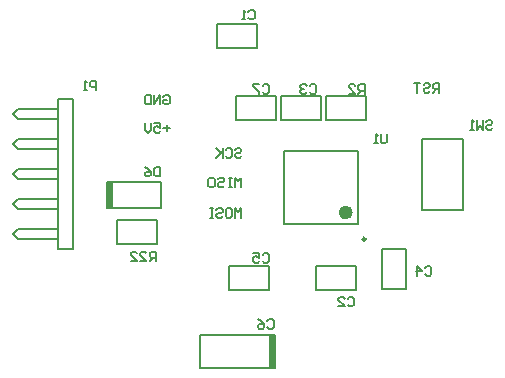
<source format=gbo>
G04*
G04 #@! TF.GenerationSoftware,Altium Limited,Altium Designer,20.0.2 (26)*
G04*
G04 Layer_Color=32896*
%FSLAX44Y44*%
%MOMM*%
G71*
G01*
G75*
%ADD10C,0.2500*%
%ADD11C,0.2000*%
%ADD13C,0.1500*%
%ADD69C,0.6000*%
%ADD70R,0.5000X2.2000*%
%ADD71R,0.5000X3.0000*%
D10*
X110750Y-55000D02*
G03*
X110750Y-55000I-1250J0D01*
G01*
D11*
X-149400Y63500D02*
X-136700D01*
X-149400Y-63500D02*
Y63500D01*
Y-63500D02*
X-136700D01*
X-183267Y-55033D02*
X-149400D01*
X-187500Y-50800D02*
X-183267Y-55033D01*
X-187500Y-50800D02*
X-183267Y-46567D01*
X-149400D01*
X-183267Y-29633D02*
X-149400D01*
X-187500Y-25400D02*
X-183267Y-29633D01*
X-187500Y-25400D02*
X-183267Y-21167D01*
X-149400D01*
X-183267Y-4233D02*
X-149400D01*
X-187500Y0D02*
X-183267Y-4233D01*
X-187500Y0D02*
X-183267Y4233D01*
X-149400D01*
X-183267Y21167D02*
X-149400D01*
X-187500Y25400D02*
X-183267Y21167D01*
X-187500Y25400D02*
X-183267Y29633D01*
X-149400D01*
X-183267Y46567D02*
X-149400D01*
X-187500Y50800D02*
X-183267Y46567D01*
X-187500Y50800D02*
X-183267Y55033D01*
X-149400D01*
X-136700Y-63500D02*
Y63500D01*
X1000Y46000D02*
Y66000D01*
Y46000D02*
X35000D01*
Y66000D01*
X1000D02*
X35000D01*
X-66000Y-59000D02*
Y-39000D01*
X-100000D02*
X-66000D01*
X-100000Y-59000D02*
Y-39000D01*
Y-59000D02*
X-66000D01*
X-62000Y-29000D02*
Y-7000D01*
X-108000D02*
X-62000D01*
X-108000Y-29000D02*
Y-7000D01*
Y-29000D02*
X-62000D01*
X42000Y-42500D02*
X104000D01*
X42000Y19500D02*
X104000D01*
Y-42500D02*
Y19500D01*
X42000Y-42500D02*
Y19500D01*
X159000Y-30000D02*
X193000D01*
Y30000D01*
X159000D02*
X193000D01*
X159000Y-30000D02*
Y30000D01*
X77000Y46000D02*
Y66000D01*
Y46000D02*
X111000D01*
Y66000D01*
X77000D02*
X111000D01*
X-5000Y-98000D02*
Y-78000D01*
Y-98000D02*
X29000D01*
Y-78000D01*
X-5000D02*
X29000D01*
X125000Y-97000D02*
X145000D01*
Y-63000D01*
X125000D02*
X145000D01*
X125000Y-97000D02*
Y-63000D01*
X39000Y46000D02*
Y66000D01*
Y46000D02*
X73000D01*
Y66000D01*
X39000D02*
X73000D01*
X103000Y-98000D02*
Y-78000D01*
X69000D02*
X103000D01*
X69000Y-98000D02*
Y-78000D01*
Y-98000D02*
X103000D01*
X19000Y107000D02*
Y127000D01*
X-15000D02*
X19000D01*
X-15000Y107000D02*
Y127000D01*
Y107000D02*
X19000D01*
X-29000Y-136000D02*
X34000D01*
Y-164000D02*
Y-136000D01*
X-29000Y-164000D02*
X34000D01*
X-29000D02*
Y-136000D01*
D13*
X-55001Y38999D02*
X-60332D01*
X-57666Y41665D02*
Y36333D01*
X-68330Y42997D02*
X-62998D01*
Y38999D01*
X-65664Y40332D01*
X-66997D01*
X-68330Y38999D01*
Y36333D01*
X-66997Y35000D01*
X-64331D01*
X-62998Y36333D01*
X-70995Y42997D02*
Y37666D01*
X-73661Y35000D01*
X-76327Y37666D01*
Y42997D01*
X-60332Y65665D02*
X-58999Y66997D01*
X-56333D01*
X-55001Y65665D01*
Y60333D01*
X-56333Y59000D01*
X-58999D01*
X-60332Y60333D01*
Y62999D01*
X-57666D01*
X-62998Y59000D02*
Y66997D01*
X-68330Y59000D01*
Y66997D01*
X-70995D02*
Y59000D01*
X-74994D01*
X-76327Y60333D01*
Y65665D01*
X-74994Y66997D01*
X-70995D01*
X418Y20665D02*
X1751Y21997D01*
X4417D01*
X5750Y20665D01*
Y19332D01*
X4417Y17999D01*
X1751D01*
X418Y16666D01*
Y15333D01*
X1751Y14000D01*
X4417D01*
X5750Y15333D01*
X-7579Y20665D02*
X-6246Y21997D01*
X-3580D01*
X-2247Y20665D01*
Y15333D01*
X-3580Y14000D01*
X-6246D01*
X-7579Y15333D01*
X-10245Y21997D02*
Y14000D01*
Y16666D01*
X-15576Y21997D01*
X-11578Y17999D01*
X-15576Y14000D01*
X5750Y-11000D02*
Y-3003D01*
X3084Y-5668D01*
X418Y-3003D01*
Y-11000D01*
X-2247Y-3003D02*
X-4913D01*
X-3580D01*
Y-11000D01*
X-2247D01*
X-4913D01*
X-14244Y-4336D02*
X-12911Y-3003D01*
X-10245D01*
X-8912Y-4336D01*
Y-5668D01*
X-10245Y-7001D01*
X-12911D01*
X-14244Y-8334D01*
Y-9667D01*
X-12911Y-11000D01*
X-10245D01*
X-8912Y-9667D01*
X-20908Y-3003D02*
X-18242D01*
X-16909Y-4336D01*
Y-9667D01*
X-18242Y-11000D01*
X-20908D01*
X-22241Y-9667D01*
Y-4336D01*
X-20908Y-3003D01*
X5750Y-37000D02*
Y-29003D01*
X3084Y-31668D01*
X418Y-29003D01*
Y-37000D01*
X-6246Y-29003D02*
X-3580D01*
X-2247Y-30336D01*
Y-35667D01*
X-3580Y-37000D01*
X-6246D01*
X-7579Y-35667D01*
Y-30336D01*
X-6246Y-29003D01*
X-15576Y-30336D02*
X-14244Y-29003D01*
X-11578D01*
X-10245Y-30336D01*
Y-31668D01*
X-11578Y-33001D01*
X-14244D01*
X-15576Y-34334D01*
Y-35667D01*
X-14244Y-37000D01*
X-11578D01*
X-10245Y-35667D01*
X-18242Y-29003D02*
X-20908D01*
X-19575D01*
Y-37000D01*
X-18242D01*
X-20908D01*
X173250Y69000D02*
Y76997D01*
X169251D01*
X167918Y75665D01*
Y72999D01*
X169251Y71666D01*
X173250D01*
X170584D02*
X167918Y69000D01*
X159921Y75665D02*
X161254Y76997D01*
X163920D01*
X165253Y75665D01*
Y74332D01*
X163920Y72999D01*
X161254D01*
X159921Y71666D01*
Y70333D01*
X161254Y69000D01*
X163920D01*
X165253Y70333D01*
X157255Y76997D02*
X151924D01*
X154589D01*
Y69000D01*
X-117080Y71002D02*
Y78999D01*
X-121079D01*
X-122412Y77667D01*
Y75001D01*
X-121079Y73668D01*
X-117080D01*
X-125077Y71002D02*
X-127743D01*
X-126410D01*
Y78999D01*
X-125077Y77667D01*
X23668Y74665D02*
X25001Y75997D01*
X27667D01*
X29000Y74665D01*
Y69333D01*
X27667Y68000D01*
X25001D01*
X23668Y69333D01*
X21003Y75997D02*
X15671D01*
Y74665D01*
X21003Y69333D01*
Y68000D01*
X-66750Y-73750D02*
Y-65753D01*
X-70749D01*
X-72082Y-67085D01*
Y-69751D01*
X-70749Y-71084D01*
X-66750D01*
X-69416D02*
X-72082Y-73750D01*
X-80079D02*
X-74747D01*
X-80079Y-68418D01*
Y-67085D01*
X-78746Y-65753D01*
X-76080D01*
X-74747Y-67085D01*
X-88076Y-73750D02*
X-82745D01*
X-88076Y-68418D01*
Y-67085D01*
X-86744Y-65753D01*
X-84078D01*
X-82745Y-67085D01*
X-63000Y5997D02*
Y-2000D01*
X-66999D01*
X-68332Y-667D01*
Y4665D01*
X-66999Y5997D01*
X-63000D01*
X-76329D02*
X-73663Y4665D01*
X-70997Y1999D01*
Y-667D01*
X-72330Y-2000D01*
X-74996D01*
X-76329Y-667D01*
Y666D01*
X-74996Y1999D01*
X-70997D01*
X129000Y33997D02*
Y27333D01*
X127667Y26000D01*
X125001D01*
X123668Y27333D01*
Y33997D01*
X121003Y26000D02*
X118337D01*
X119670D01*
Y33997D01*
X121003Y32664D01*
X212918Y44415D02*
X214251Y45747D01*
X216917D01*
X218250Y44415D01*
Y43082D01*
X216917Y41749D01*
X214251D01*
X212918Y40416D01*
Y39083D01*
X214251Y37750D01*
X216917D01*
X218250Y39083D01*
X210253Y45747D02*
Y37750D01*
X207587Y40416D01*
X204921Y37750D01*
Y45747D01*
X202255Y37750D02*
X199589D01*
X200922D01*
Y45747D01*
X202255Y44415D01*
X110000Y68000D02*
Y75997D01*
X106001D01*
X104668Y74665D01*
Y71999D01*
X106001Y70666D01*
X110000D01*
X107334D02*
X104668Y68000D01*
X96671D02*
X102003D01*
X96671Y73332D01*
Y74665D01*
X98004Y75997D01*
X100670D01*
X102003Y74665D01*
X23668Y-68335D02*
X25001Y-67003D01*
X27667D01*
X29000Y-68335D01*
Y-73667D01*
X27667Y-75000D01*
X25001D01*
X23668Y-73667D01*
X15671Y-67003D02*
X21003D01*
Y-71001D01*
X18337Y-69668D01*
X17004D01*
X15671Y-71001D01*
Y-73667D01*
X17004Y-75000D01*
X19670D01*
X21003Y-73667D01*
X161168Y-79335D02*
X162501Y-78003D01*
X165167D01*
X166500Y-79335D01*
Y-84667D01*
X165167Y-86000D01*
X162501D01*
X161168Y-84667D01*
X154504Y-86000D02*
Y-78003D01*
X158503Y-82001D01*
X153171D01*
X63668Y74665D02*
X65001Y75997D01*
X67667D01*
X69000Y74665D01*
Y69333D01*
X67667Y68000D01*
X65001D01*
X63668Y69333D01*
X61003Y74665D02*
X59670Y75997D01*
X57004D01*
X55671Y74665D01*
Y73332D01*
X57004Y71999D01*
X58337D01*
X57004D01*
X55671Y70666D01*
Y69333D01*
X57004Y68000D01*
X59670D01*
X61003Y69333D01*
X95668Y-105336D02*
X97001Y-104003D01*
X99667D01*
X101000Y-105336D01*
Y-110667D01*
X99667Y-112000D01*
X97001D01*
X95668Y-110667D01*
X87671Y-112000D02*
X93003D01*
X87671Y-106668D01*
Y-105336D01*
X89004Y-104003D01*
X91670D01*
X93003Y-105336D01*
X11668Y137664D02*
X13001Y138997D01*
X15667D01*
X17000Y137664D01*
Y132333D01*
X15667Y131000D01*
X13001D01*
X11668Y132333D01*
X9003Y131000D02*
X6337D01*
X7670D01*
Y138997D01*
X9003Y137664D01*
X27668Y-124335D02*
X29001Y-123003D01*
X31667D01*
X33000Y-124335D01*
Y-129667D01*
X31667Y-131000D01*
X29001D01*
X27668Y-129667D01*
X19671Y-123003D02*
X22337Y-124335D01*
X25003Y-127001D01*
Y-129667D01*
X23670Y-131000D01*
X21004D01*
X19671Y-129667D01*
Y-128334D01*
X21004Y-127001D01*
X25003D01*
D69*
X97000Y-32500D02*
G03*
X97000Y-32500I-3000J0D01*
G01*
D70*
X-105500Y-18000D02*
D03*
D71*
X31500Y-150000D02*
D03*
M02*

</source>
